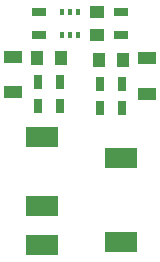
<source format=gtp>
G04 #@! TF.FileFunction,Paste,Top*
%FSLAX46Y46*%
G04 Gerber Fmt 4.6, Leading zero omitted, Abs format (unit mm)*
G04 Created by KiCad (PCBNEW 4.0.7-e2-6376~58~ubuntu16.04.1) date Sun Dec 31 15:52:29 2017*
%MOMM*%
%LPD*%
G01*
G04 APERTURE LIST*
%ADD10C,0.100000*%
%ADD11R,2.750000X1.800000*%
%ADD12R,1.250000X1.000000*%
%ADD13R,1.000000X1.250000*%
%ADD14R,1.600000X1.000000*%
%ADD15R,1.300000X0.700000*%
%ADD16R,0.700000X1.300000*%
%ADD17R,0.400000X0.500000*%
G04 APERTURE END LIST*
D10*
D11*
X180213000Y-133940000D03*
X180213000Y-130640000D03*
X180213000Y-124790000D03*
X186963000Y-133690000D03*
X186963000Y-126590000D03*
D12*
X184912000Y-116189000D03*
X184912000Y-114189000D03*
D13*
X187055000Y-118237000D03*
X185055000Y-118237000D03*
X179848000Y-118110000D03*
X181848000Y-118110000D03*
D14*
X177800000Y-121007000D03*
X177800000Y-118007000D03*
X189103000Y-118134000D03*
X189103000Y-121134000D03*
D15*
X186944000Y-116139000D03*
X186944000Y-114239000D03*
X179959000Y-116139000D03*
X179959000Y-114239000D03*
D16*
X187005000Y-122301000D03*
X185105000Y-122301000D03*
X179898000Y-122174000D03*
X181798000Y-122174000D03*
X187005000Y-120269000D03*
X185105000Y-120269000D03*
X179898000Y-120142000D03*
X181798000Y-120142000D03*
D17*
X183261000Y-114236500D03*
X182613300Y-114236500D03*
X181965600Y-114236500D03*
X181965600Y-116141500D03*
X182613300Y-116141500D03*
X183261000Y-116141500D03*
M02*

</source>
